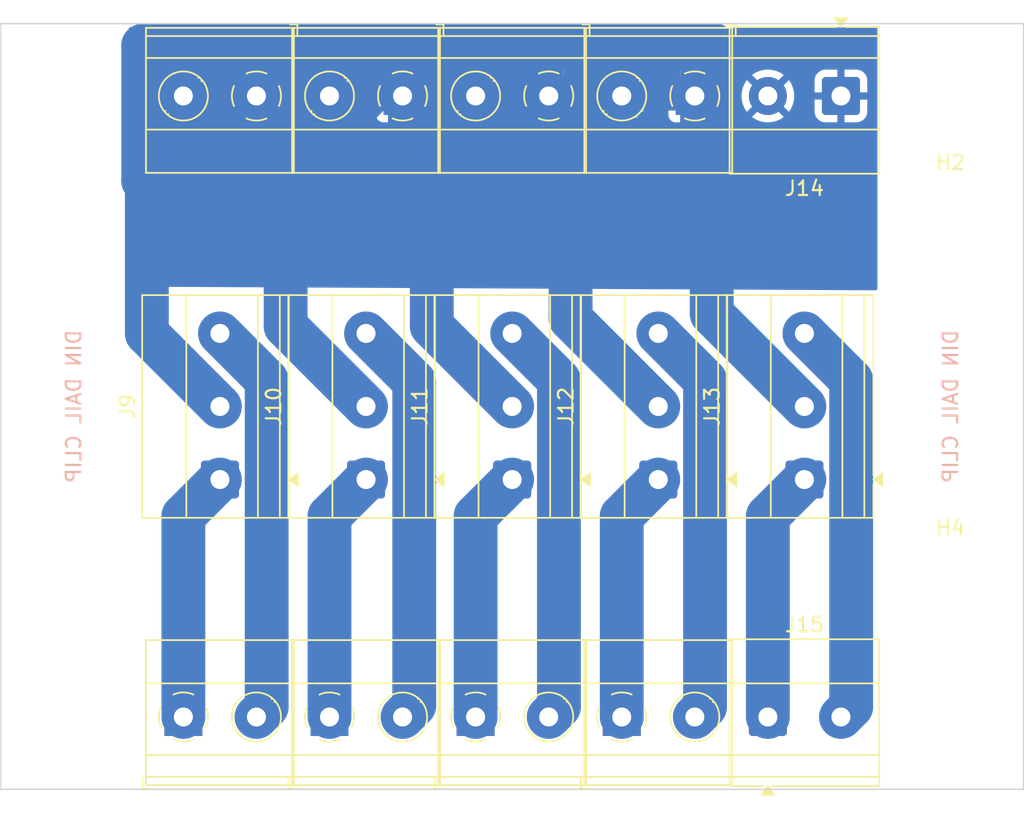
<source format=kicad_pcb>
(kicad_pcb (version 20241229) (generator "pcbnew") (generator_version "9.0")
  (layers (0 "F.Cu" signal) (2 "B.Cu" signal) (13 "F.Paste" user) (15 "B.Paste" user) (5 "F.SilkS" user "F.Silkscreen") (7 "B.SilkS" user "B.Silkscreen") (1 "F.Mask" user) (3 "B.Mask" user) (25 "Edge.Cuts" user))
  (net 0 "")
  (net 1 "/A1")
  (net 2 "/Z")
  (net 3 "/B1")
  (net 4 "/A2")
  (net 5 "/B2")
  (net 6 "/A3")
  (net 7 "/B3")
  (net 8 "/B4")
  (net 9 "/A4")
  (net 10 "/A5")
  (net 11 "/B5")
  (footprint "TerminalBlock_Phoenix:TerminalBlock_Phoenix_MKDS-1,5-2_1x02_P5.00mm_Horizontal" (layer "F.Cu") (at 97.5 121.25)
    (property "Reference" "J15" (at 2.5 -6.32 0) (layer "F.SilkS"))
    (property "Value" "Screw_Terminal_01x02")
    (fp_line (start -2.62 -5.32) (end 7.62 -5.32) (stroke (width 0.12)) (layer "F.SilkS"))
    (fp_line (start -2.62 -2.3) (end 7.62 -2.3) (stroke (width 0.12)) (layer "F.SilkS"))
    (fp_line (start -2.62 2.6) (end 7.62 2.6) (stroke (width 0.12)) (layer "F.SilkS"))
    (fp_line (start -2.62 4.1) (end 7.62 4.1) (stroke (width 0.12)) (layer "F.SilkS"))
    (fp_line (start -2.62 4.72) (end -2.62 -5.32) (stroke (width 0.12)) (layer "F.SilkS"))
    (fp_line (start -0.3 4.72) (end -2.62 4.72) (stroke (width 0.12)) (layer "F.SilkS"))
    (fp_line (start 7.62 -5.32) (end 7.62 4.72) (stroke (width 0.12)) (layer "F.SilkS"))
    (fp_line (start 7.62 4.72) (end 0.3 4.72) (stroke (width 0.12)) (layer "F.SilkS"))
    (fp_poly (pts (xy 0 4.72) (xy 0.44 5.33) (xy -0.44 5.33)) (stroke (width 0.12)) (fill yes) (layer "F.SilkS"))
    (pad "1" thru_hole roundrect (at 0 0) (size 2.6 2.6) (drill 1.3) (layers "*.Cu" "*.Mask") (roundrect_rratio 0.096154) (net 10 "/A5"))
    (pad "2" thru_hole circle (at 5 0) (size 2.6 2.6) (drill 1.3) (layers "*.Cu" "*.Mask") (net 11 "/B5"))
  )
  (footprint "TerminalBlock_Phoenix:TerminalBlock_Phoenix_MKDS-1,5-2_1x02_P5.00mm_Horizontal" (layer "F.Cu") (at 92.5 78.75 180)
    (property "Reference" "J5" (hide yes))
    (property "Value" "Screw_Terminal_01x02" (hide yes))
    (fp_line (start 7.56 -5.261) (end 7.56 4.66) (stroke (width 0.12)) (layer "F.SilkS"))
    (fp_line (start 6.275 -1.069) (end 6.228 -1.023) (stroke (width 0.12)) (layer "F.SilkS"))
    (fp_line (start 6.07 -1.275) (end 6.035 -1.239) (stroke (width 0.12)) (layer "F.SilkS"))
    (fp_line (start 3.966 1.239) (end 3.931 1.274) (stroke (width 0.12)) (layer "F.SilkS"))
    (fp_line (start 3.773 1.023) (end 3.726 1.069) (stroke (width 0.12)) (layer "F.SilkS"))
    (fp_line (start -2.56 4.66) (end 7.56 4.66) (stroke (width 0.12)) (layer "F.SilkS"))
    (fp_line (start -2.56 4.1) (end 7.56 4.1) (stroke (width 0.12)) (layer "F.SilkS"))
    (fp_line (start -2.56 2.6) (end 7.56 2.6) (stroke (width 0.12)) (layer "F.SilkS"))
    (fp_line (start -2.56 -2.301) (end 7.56 -2.301) (stroke (width 0.12)) (layer "F.SilkS"))
    (fp_line (start -2.56 -5.261) (end 7.56 -5.261) (stroke (width 0.12)) (layer "F.SilkS"))
    (fp_line (start -2.56 -5.261) (end -2.56 4.66) (stroke (width 0.12)) (layer "F.SilkS"))
    (fp_line (start -2.8 4.9) (end -2.3 4.9) (stroke (width 0.12)) (layer "F.SilkS"))
    (fp_line (start -2.8 4.16) (end -2.8 4.9) (stroke (width 0.12)) (layer "F.SilkS"))
    (fp_arc (start 1.535427 -0.683042) (mid 1.680501 0.000524) (end 1.535 0.684) (stroke (width 0.12)) (layer "F.SilkS"))
    (fp_arc (start 0.683318 1.534756) (mid 0.349292 1.643288) (end 0 1.68) (stroke (width 0.12)) (layer "F.SilkS"))
    (fp_arc (start 0.028805 1.680253) (mid -0.335551 1.646659) (end -0.684 1.535) (stroke (width 0.12)) (layer "F.SilkS"))
    (fp_arc (start -0.683042 -1.535427) (mid 0.000524 -1.680501) (end 0.684 -1.535) (stroke (width 0.12)) (layer "F.SilkS"))
    (fp_arc (start -1.535427 0.683042) (mid -1.680501 -0.000524) (end -1.535 -0.684) (stroke (width 0.12)) (layer "F.SilkS"))
    (fp_circle (center 5 0) (end 6.68 0) (stroke (width 0.12)) (fill no) (layer "F.SilkS"))
    (pad "1" thru_hole rect (at 0 0 180) (size 2.6 2.6) (drill 1.3) (layers "*.Cu" "*.Mask") (net 2 "/Z"))
    (pad "2" thru_hole circle (at 5 0 180) (size 2.6 2.6) (drill 1.3) (layers "*.Cu" "*.Mask") (net 2 "/Z"))
  )
  (footprint "MountingHole:MountingHole_3.2mm_M3" (layer "F.Cu") (at 110 87.5)
    (property "Reference" "H2" (at 0 -4.2 0) (layer "F.SilkS"))
    (property "Value" "MountingHole" (hide yes))
    (pad "" np_thru_hole circle (at 0 0) (size 3.2 3.2) (drill 3.2) (layers "*.Cu" "*.Mask"))
  )
  (footprint "TerminalBlock_Phoenix:TerminalBlock_Phoenix_MKDS-1,5-3_1x03_P5.00mm_Horizontal" (layer "F.Cu") (at 60 105 90)
    (property "Reference" "J9" (at 5 -6.32 90) (layer "F.SilkS"))
    (property "Value" "Screw_Terminal_01x03")
    (fp_line (start 12.62 -5.32) (end 12.62 4.72) (stroke (width 0.12)) (layer "F.SilkS"))
    (fp_line (start -2.62 -5.32) (end 12.62 -5.32) (stroke (width 0.12)) (layer "F.SilkS"))
    (fp_line (start -2.62 -2.3) (end 12.62 -2.3) (stroke (width 0.12)) (layer "F.SilkS"))
    (fp_line (start -2.62 2.6) (end 12.62 2.6) (stroke (width 0.12)) (layer "F.SilkS"))
    (fp_line (start -2.62 4.1) (end 12.62 4.1) (stroke (width 0.12)) (layer "F.SilkS"))
    (fp_line (start 12.62 4.72) (end 0.3 4.72) (stroke (width 0.12)) (layer "F.SilkS"))
    (fp_line (start -0.3 4.72) (end -2.62 4.72) (stroke (width 0.12)) (layer "F.SilkS"))
    (fp_line (start -2.62 4.72) (end -2.62 -5.32) (stroke (width 0.12)) (layer "F.SilkS"))
    (fp_poly (pts (xy 0 4.72) (xy 0.44 5.33) (xy -0.44 5.33)) (stroke (width 0.12)) (fill yes) (layer "F.SilkS"))
    (pad "1" thru_hole roundrect (at 0 0 90) (size 2.6 2.6) (drill 1.3) (layers "*.Cu" "*.Mask") (roundrect_rratio 0.096154) (net 1 "/A1"))
    (pad "2" thru_hole circle (at 5 0 90) (size 2.6 2.6) (drill 1.3) (layers "*.Cu" "*.Mask") (net 2 "/Z"))
    (pad "3" thru_hole circle (at 10 0 90) (size 2.6 2.6) (drill 1.3) (layers "*.Cu" "*.Mask") (net 3 "/B1"))
  )
  (footprint "TerminalBlock_Phoenix:TerminalBlock_Phoenix_MKDS-1,5-2_1x02_P5.00mm_Horizontal" (layer "F.Cu") (at 67.5 121.25)
    (property "Reference" "J2" (hide yes))
    (property "Value" "Screw_Terminal_01x02" (hide yes))
    (fp_line (start -2.8 4.16) (end -2.8 4.9) (stroke (width 0.12)) (layer "F.SilkS"))
    (fp_line (start -2.8 4.9) (end -2.3 4.9) (stroke (width 0.12)) (layer "F.SilkS"))
    (fp_line (start -2.56 -5.261) (end -2.56 4.66) (stroke (width 0.12)) (layer "F.SilkS"))
    (fp_line (start -2.56 -5.261) (end 7.56 -5.261) (stroke (width 0.12)) (layer "F.SilkS"))
    (fp_line (start -2.56 -2.301) (end 7.56 -2.301) (stroke (width 0.12)) (layer "F.SilkS"))
    (fp_line (start -2.56 2.6) (end 7.56 2.6) (stroke (width 0.12)) (layer "F.SilkS"))
    (fp_line (start -2.56 4.1) (end 7.56 4.1) (stroke (width 0.12)) (layer "F.SilkS"))
    (fp_line (start -2.56 4.66) (end 7.56 4.66) (stroke (width 0.12)) (layer "F.SilkS"))
    (fp_line (start 3.773 1.023) (end 3.726 1.069) (stroke (width 0.12)) (layer "F.SilkS"))
    (fp_line (start 3.966 1.239) (end 3.931 1.274) (stroke (width 0.12)) (layer "F.SilkS"))
    (fp_line (start 6.07 -1.275) (end 6.035 -1.239) (stroke (width 0.12)) (layer "F.SilkS"))
    (fp_line (start 6.275 -1.069) (end 6.228 -1.023) (stroke (width 0.12)) (layer "F.SilkS"))
    (fp_line (start 7.56 -5.261) (end 7.56 4.66) (stroke (width 0.12)) (layer "F.SilkS"))
    (fp_arc (start -1.535427 0.683042) (mid -1.680501 -0.000524) (end -1.535 -0.684) (stroke (width 0.12)) (layer "F.SilkS"))
    (fp_arc (start -0.683042 -1.535427) (mid 0.000524 -1.680501) (end 0.684 -1.535) (stroke (width 0.12)) (layer "F.SilkS"))
    (fp_arc (start 0.028805 1.680253) (mid -0.335551 1.646659) (end -0.684 1.535) (stroke (width 0.12)) (layer "F.SilkS"))
    (fp_arc (start 0.683318 1.534756) (mid 0.349292 1.643288) (end 0 1.68) (stroke (width 0.12)) (layer "F.SilkS"))
    (fp_arc (start 1.535427 -0.683042) (mid 1.680501 0.000524) (end 1.535 0.684) (stroke (width 0.12)) (layer "F.SilkS"))
    (fp_circle (center 5 0) (end 6.68 0) (stroke (width 0.12)) (fill no) (layer "F.SilkS"))
    (pad "1" thru_hole rect (at 0 0) (size 2.6 2.6) (drill 1.3) (layers "*.Cu" "*.Mask") (net 4 "/A2"))
    (pad "2" thru_hole circle (at 5 0) (size 2.6 2.6) (drill 1.3) (layers "*.Cu" "*.Mask") (net 5 "/B2"))
  )
  (footprint "MountingHole:MountingHole_3.2mm_M3" (layer "F.Cu") (at 50 87.5)
    (property "Reference" "H1" (hide yes))
    (property "Value" "MountingHole" (hide yes))
    (pad "" np_thru_hole circle (at 0 0) (size 3.2 3.2) (drill 3.2) (layers "*.Cu" "*.Mask"))
  )
  (footprint "TerminalBlock_Phoenix:TerminalBlock_Phoenix_MKDS-1,5-2_1x02_P5.00mm_Horizontal" (layer "F.Cu") (at 62.5 78.75 180)
    (property "Reference" "J8" (hide yes))
    (property "Value" "Screw_Terminal_01x02" (hide yes))
    (fp_line (start 7.56 -5.261) (end 7.56 4.66) (stroke (width 0.12)) (layer "F.SilkS"))
    (fp_line (start 6.275 -1.069) (end 6.228 -1.023) (stroke (width 0.12)) (layer "F.SilkS"))
    (fp_line (start 6.07 -1.275) (end 6.035 -1.239) (stroke (width 0.12)) (layer "F.SilkS"))
    (fp_line (start 3.966 1.239) (end 3.931 1.274) (stroke (width 0.12)) (layer "F.SilkS"))
    (fp_line (start 3.773 1.023) (end 3.726 1.069) (stroke (width 0.12)) (layer "F.SilkS"))
    (fp_line (start -2.56 4.66) (end 7.56 4.66) (stroke (width 0.12)) (layer "F.SilkS"))
    (fp_line (start -2.56 4.1) (end 7.56 4.1) (stroke (width 0.12)) (layer "F.SilkS"))
    (fp_line (start -2.56 2.6) (end 7.56 2.6) (stroke (width 0.12)) (layer "F.SilkS"))
    (fp_line (start -2.56 -2.301) (end 7.56 -2.301) (stroke (width 0.12)) (layer "F.SilkS"))
    (fp_line (start -2.56 -5.261) (end 7.56 -5.261) (stroke (width 0.12)) (layer "F.SilkS"))
    (fp_line (start -2.56 -5.261) (end -2.56 4.66) (stroke (width 0.12)) (layer "F.SilkS"))
    (fp_line (start -2.8 4.9) (end -2.3 4.9) (stroke (width 0.12)) (layer "F.SilkS"))
    (fp_line (start -2.8 4.16) (end -2.8 4.9) (stroke (width 0.12)) (layer "F.SilkS"))
    (fp_arc (start 1.535427 -0.683042) (mid 1.680501 0.000524) (end 1.535 0.684) (stroke (width 0.12)) (layer "F.SilkS"))
    (fp_arc (start 0.683318 1.534756) (mid 0.349292 1.643288) (end 0 1.68) (stroke (width 0.12)) (layer "F.SilkS"))
    (fp_arc (start 0.028805 1.680253) (mid -0.335551 1.646659) (end -0.684 1.535) (stroke (width 0.12)) (layer "F.SilkS"))
    (fp_arc (start -0.683042 -1.535427) (mid 0.000524 -1.680501) (end 0.684 -1.535) (stroke (width 0.12)) (layer "F.SilkS"))
    (fp_arc (start -1.535427 0.683042) (mid -1.680501 -0.000524) (end -1.535 -0.684) (stroke (width 0.12)) (layer "F.SilkS"))
    (fp_circle (center 5 0) (end 6.68 0) (stroke (width 0.12)) (fill no) (layer "F.SilkS"))
    (pad "1" thru_hole rect (at 0 0 180) (size 2.6 2.6) (drill 1.3) (layers "*.Cu" "*.Mask") (net 2 "/Z"))
    (pad "2" thru_hole circle (at 5 0 180) (size 2.6 2.6) (drill 1.3) (layers "*.Cu" "*.Mask") (net 2 "/Z"))
  )
  (footprint "TerminalBlock_Phoenix:TerminalBlock_Phoenix_MKDS-1,5-3_1x03_P5.00mm_Horizontal" (layer "F.Cu") (at 70 105 90)
    (property "Reference" "J10" (at 5 -6.32 90) (layer "F.SilkS"))
    (property "Value" "Screw_Terminal_01x03")
    (fp_line (start 12.62 -5.32) (end 12.62 4.72) (stroke (width 0.12)) (layer "F.SilkS"))
    (fp_line (start -2.62 -5.32) (end 12.62 -5.32) (stroke (width 0.12)) (layer "F.SilkS"))
    (fp_line (start -2.62 -2.3) (end 12.62 -2.3) (stroke (width 0.12)) (layer "F.SilkS"))
    (fp_line (start -2.62 2.6) (end 12.62 2.6) (stroke (width 0.12)) (layer "F.SilkS"))
    (fp_line (start -2.62 4.1) (end 12.62 4.1) (stroke (width 0.12)) (layer "F.SilkS"))
    (fp_line (start 12.62 4.72) (end 0.3 4.72) (stroke (width 0.12)) (layer "F.SilkS"))
    (fp_line (start -0.3 4.72) (end -2.62 4.72) (stroke (width 0.12)) (layer "F.SilkS"))
    (fp_line (start -2.62 4.72) (end -2.62 -5.32) (stroke (width 0.12)) (layer "F.SilkS"))
    (fp_poly (pts (xy 0 4.72) (xy 0.44 5.33) (xy -0.44 5.33)) (stroke (width 0.12)) (fill yes) (layer "F.SilkS"))
    (pad "1" thru_hole roundrect (at 0 0 90) (size 2.6 2.6) (drill 1.3) (layers "*.Cu" "*.Mask") (roundrect_rratio 0.096154) (net 4 "/A2"))
    (pad "2" thru_hole circle (at 5 0 90) (size 2.6 2.6) (drill 1.3) (layers "*.Cu" "*.Mask") (net 2 "/Z"))
    (pad "3" thru_hole circle (at 10 0 90) (size 2.6 2.6) (drill 1.3) (layers "*.Cu" "*.Mask") (net 5 "/B2"))
  )
  (footprint "TerminalBlock_Phoenix:TerminalBlock_Phoenix_MKDS-1,5-3_1x03_P5.00mm_Horizontal" (layer "F.Cu") (at 90 105 90)
    (property "Reference" "J12" (at 5 -6.32 90) (layer "F.SilkS"))
    (property "Value" "Screw_Terminal_01x03")
    (fp_line (start 12.62 -5.32) (end 12.62 4.72) (stroke (width 0.12)) (layer "F.SilkS"))
    (fp_line (start -2.62 -5.32) (end 12.62 -5.32) (stroke (width 0.12)) (layer "F.SilkS"))
    (fp_line (start -2.62 -2.3) (end 12.62 -2.3) (stroke (width 0.12)) (layer "F.SilkS"))
    (fp_line (start -2.62 2.6) (end 12.62 2.6) (stroke (width 0.12)) (layer "F.SilkS"))
    (fp_line (start -2.62 4.1) (end 12.62 4.1) (stroke (width 0.12)) (layer "F.SilkS"))
    (fp_line (start 12.62 4.72) (end 0.3 4.72) (stroke (width 0.12)) (layer "F.SilkS"))
    (fp_line (start -0.3 4.72) (end -2.62 4.72) (stroke (width 0.12)) (layer "F.SilkS"))
    (fp_line (start -2.62 4.72) (end -2.62 -5.32) (stroke (width 0.12)) (layer "F.SilkS"))
    (fp_poly (pts (xy 0 4.72) (xy 0.44 5.33) (xy -0.44 5.33)) (stroke (width 0.12)) (fill yes) (layer "F.SilkS"))
    (pad "1" thru_hole roundrect (at 0 0 90) (size 2.6 2.6) (drill 1.3) (layers "*.Cu" "*.Mask") (roundrect_rratio 0.096154) (net 9 "/A4"))
    (pad "2" thru_hole circle (at 5 0 90) (size 2.6 2.6) (drill 1.3) (layers "*.Cu" "*.Mask") (net 2 "/Z"))
    (pad "3" thru_hole circle (at 10 0 90) (size 2.6 2.6) (drill 1.3) (layers "*.Cu" "*.Mask") (net 8 "/B4"))
  )
  (footprint "TerminalBlock_Phoenix:TerminalBlock_Phoenix_MKDS-1,5-2_1x02_P5.00mm_Horizontal" (layer "F.Cu") (at 72.5 78.75 180)
    (property "Reference" "J7" (hide yes))
    (property "Value" "Screw_Terminal_01x02" (hide yes))
    (fp_line (start 7.56 -5.261) (end 7.56 4.66) (stroke (width 0.12)) (layer "F.SilkS"))
    (fp_line (start 6.275 -1.069) (end 6.228 -1.023) (stroke (width 0.12)) (layer "F.SilkS"))
    (fp_line (start 6.07 -1.275) (end 6.035 -1.239) (stroke (width 0.12)) (layer "F.SilkS"))
    (fp_line (start 3.966 1.239) (end 3.931 1.274) (stroke (width 0.12)) (layer "F.SilkS"))
    (fp_line (start 3.773 1.023) (end 3.726 1.069) (stroke (width 0.12)) (layer "F.SilkS"))
    (fp_line (start -2.56 4.66) (end 7.56 4.66) (stroke (width 0.12)) (layer "F.SilkS"))
    (fp_line (start -2.56 4.1) (end 7.56 4.1) (stroke (width 0.12)) (layer "F.SilkS"))
    (fp_line (start -2.56 2.6) (end 7.56 2.6) (stroke (width 0.12)) (layer "F.SilkS"))
    (fp_line (start -2.56 -2.301) (end 7.56 -2.301) (stroke (width 0.12)) (layer "F.SilkS"))
    (fp_line (start -2.56 -5.261) (end 7.56 -5.261) (stroke (width 0.12)) (layer "F.SilkS"))
    (fp_line (start -2.56 -5.261) (end -2.56 4.66) (stroke (width 0.12)) (layer "F.SilkS"))
    (fp_line (start -2.8 4.9) (end -2.3 4.9) (stroke (width 0.12)) (layer "F.SilkS"))
    (fp_line (start -2.8 4.16) (end -2.8 4.9) (stroke (width 0.12)) (layer "F.SilkS"))
    (fp_arc (start 1.535427 -0.683042) (mid 1.680501 0.000524) (end 1.535 0.684) (stroke (width 0.12)) (layer "F.SilkS"))
    (fp_arc (start 0.683318 1.534756) (mid 0.349292 1.643288) (end 0 1.68) (stroke (width 0.12)) (layer "F.SilkS"))
    (fp_arc (start 0.028805 1.680253) (mid -0.335551 1.646659) (end -0.684 1.535) (stroke (width 0.12)) (layer "F.SilkS"))
    (fp_arc (start -0.683042 -1.535427) (mid 0.000524 -1.680501) (end 0.684 -1.535) (stroke (width 0.12)) (layer "F.SilkS"))
    (fp_arc (start -1.535427 0.683042) (mid -1.680501 -0.000524) (end -1.535 -0.684) (stroke (width 0.12)) (layer "F.SilkS"))
    (fp_circle (center 5 0) (end 6.68 0) (stroke (width 0.12)) (fill no) (layer "F.SilkS"))
    (pad "1" thru_hole rect (at 0 0 180) (size 2.6 2.6) (drill 1.3) (layers "*.Cu" "*.Mask") (net 2 "/Z"))
    (pad "2" thru_hole circle (at 5 0 180) (size 2.6 2.6) (drill 1.3) (layers "*.Cu" "*.Mask") (net 2 "/Z"))
  )
  (footprint "MountingHole:MountingHole_3.2mm_M3" (layer "F.Cu") (at 110 112.5)
    (property "Reference" "H4" (at 0 -4.2 0) (layer "F.SilkS"))
    (property "Value" "MountingHole" (hide yes))
    (pad "" np_thru_hole circle (at 0 0) (size 3.2 3.2) (drill 3.2) (layers "*.Cu" "*.Mask"))
  )
  (footprint "MountingHole:MountingHole_3.2mm_M3" (layer "F.Cu") (at 50 112.5)
    (property "Reference" "H3" (hide yes))
    (property "Value" "MountingHole" (hide yes))
    (pad "" np_thru_hole circle (at 0 0) (size 3.2 3.2) (drill 3.2) (layers "*.Cu" "*.Mask"))
  )
  (footprint "TerminalBlock_Phoenix:TerminalBlock_Phoenix_MKDS-1,5-2_1x02_P5.00mm_Horizontal" (layer "F.Cu") (at 82.5 78.75 180)
    (property "Reference" "J6" (hide yes))
    (property "Value" "Screw_Terminal_01x02" (hide yes))
    (fp_line (start 7.56 -5.261) (end 7.56 4.66) (stroke (width 0.12)) (layer "F.SilkS"))
    (fp_line (start 6.275 -1.069) (end 6.228 -1.023) (stroke (width 0.12)) (layer "F.SilkS"))
    (fp_line (start 6.07 -1.275) (end 6.035 -1.239) (stroke (width 0.12)) (layer "F.SilkS"))
    (fp_line (start 3.966 1.239) (end 3.931 1.274) (stroke (width 0.12)) (layer "F.SilkS"))
    (fp_line (start 3.773 1.023) (end 3.726 1.069) (stroke (width 0.12)) (layer "F.SilkS"))
    (fp_line (start -2.56 4.66) (end 7.56 4.66) (stroke (width 0.12)) (layer "F.SilkS"))
    (fp_line (start -2.56 4.1) (end 7.56 4.1) (stroke (width 0.12)) (layer "F.SilkS"))
    (fp_line (start -2.56 2.6) (end 7.56 2.6) (stroke (width 0.12)) (layer "F.SilkS"))
    (fp_line (start -2.56 -2.301) (end 7.56 -2.301) (stroke (width 0.12)) (layer "F.SilkS"))
    (fp_line (start -2.56 -5.261) (end 7.56 -5.261) (stroke (width 0.12)) (layer "F.SilkS"))
    (fp_line (start -2.56 -5.261) (end -2.56 4.66) (stroke (width 0.12)) (layer "F.SilkS"))
    (fp_line (start -2.8 4.9) (end -2.3 4.9) (stroke (width 0.12)) (layer "F.SilkS"))
    (fp_line (start -2.8 4.16) (end -2.8 4.9) (stroke (width 0.12)) (layer "F.SilkS"))
    (fp_arc (start 1.535427 -0.683042) (mid 1.680501 0.000524) (end 1.535 0.684) (stroke (width 0.12)) (layer "F.SilkS"))
    (fp_arc (start 0.683318 1.534756) (mid 0.349292 1.643288) (end 0 1.68) (stroke (width 0.12)) (layer "F.SilkS"))
    (fp_arc (start 0.028805 1.680253) (mid -0.335551 1.646659) (end -0.684 1.535) (stroke (width 0.12)) (layer "F.SilkS"))
    (fp_arc (start -0.683042 -1.535427) (mid 0.000524 -1.680501) (end 0.684 -1.535) (stroke (width 0.12)) (layer "F.SilkS"))
    (fp_arc (start -1.535427 0.683042) (mid -1.680501 -0.000524) (end -1.535 -0.684) (stroke (width 0.12)) (layer "F.SilkS"))
    (fp_circle (center 5 0) (end 6.68 0) (stroke (width 0.12)) (fill no) (layer "F.SilkS"))
    (pad "1" thru_hole rect (at 0 0 180) (size 2.6 2.6) (drill 1.3) (layers "*.Cu" "*.Mask") (net 2 "/Z"))
    (pad "2" thru_hole circle (at 5 0 180) (size 2.6 2.6) (drill 1.3) (layers "*.Cu" "*.Mask") (net 2 "/Z"))
  )
  (footprint "TerminalBlock_Phoenix:TerminalBlock_Phoenix_MKDS-1,5-2_1x02_P5.00mm_Horizontal" (layer "F.Cu") (at 57.5 121.25)
    (property "Reference" "J1" (hide yes))
    (property "Value" "Screw_Terminal_01x02" (hide yes))
    (fp_line (start -2.8 4.16) (end -2.8 4.9) (stroke (width 0.12)) (layer "F.SilkS"))
    (fp_line (start -2.8 4.9) (end -2.3 4.9) (stroke (width 0.12)) (layer "F.SilkS"))
    (fp_line (start -2.56 -5.261) (end -2.56 4.66) (stroke (width 0.12)) (layer "F.SilkS"))
    (fp_line (start -2.56 -5.261) (end 7.56 -5.261) (stroke (width 0.12)) (layer "F.SilkS"))
    (fp_line (start -2.56 -2.301) (end 7.56 -2.301) (stroke (width 0.12)) (layer "F.SilkS"))
    (fp_line (start -2.56 2.6) (end 7.56 2.6) (stroke (width 0.12)) (layer "F.SilkS"))
    (fp_line (start -2.56 4.1) (end 7.56 4.1) (stroke (width 0.12)) (layer "F.SilkS"))
    (fp_line (start -2.56 4.66) (end 7.56 4.66) (stroke (width 0.12)) (layer "F.SilkS"))
    (fp_line (start 3.773 1.023) (end 3.726 1.069) (stroke (width 0.12)) (layer "F.SilkS"))
    (fp_line (start 3.966 1.239) (end 3.931 1.274) (stroke (width 0.12)) (layer "F.SilkS"))
    (fp_line (start 6.07 -1.275) (end 6.035 -1.239) (stroke (width 0.12)) (layer "F.SilkS"))
    (fp_line (start 6.275 -1.069) (end 6.228 -1.023) (stroke (width 0.12)) (layer "F.SilkS"))
    (fp_line (start 7.56 -5.261) (end 7.56 4.66) (stroke (width 0.12)) (layer "F.SilkS"))
    (fp_arc (start -1.535427 0.683042) (mid -1.680501 -0.000524) (end -1.535 -0.684) (stroke (width 0.12)) (layer "F.SilkS"))
    (fp_arc (start -0.683042 -1.535427) (mid 0.000524 -1.680501) (end 0.684 -1.535) (stroke (width 0.12)) (layer "F.SilkS"))
    (fp_arc (start 0.028805 1.680253) (mid -0.335551 1.646659) (end -0.684 1.535) (stroke (width 0.12)) (layer "F.SilkS"))
    (fp_arc (start 0.683318 1.534756) (mid 0.349292 1.643288) (end 0 1.68) (stroke (width 0.12)) (layer "F.SilkS"))
    (fp_arc (start 1.535427 -0.683042) (mid 1.680501 0.000524) (end 1.535 0.684) (stroke (width 0.12)) (layer "F.SilkS"))
    (fp_circle (center 5 0) (end 6.68 0) (stroke (width 0.12)) (fill no) (layer "F.SilkS"))
    (pad "1" thru_hole rect (at 0 0) (size 2.6 2.6) (drill 1.3) (layers "*.Cu" "*.Mask") (net 1 "/A1"))
    (pad "2" thru_hole circle (at 5 0) (size 2.6 2.6) (drill 1.3) (layers "*.Cu" "*.Mask") (net 3 "/B1"))
  )
  (footprint "TerminalBlock_Phoenix:TerminalBlock_Phoenix_MKDS-1,5-2_1x02_P5.00mm_Horizontal" (layer "F.Cu") (at 102.5 78.75 180)
    (property "Reference" "J14" (at 2.5 -6.32 0) (layer "F.SilkS"))
    (property "Value" "Screw_Terminal_01x02")
    (fp_line (start 7.62 4.72) (end 0.3 4.72) (stroke (width 0.12)) (layer "F.SilkS"))
    (fp_line (start 7.62 -5.32) (end 7.62 4.72) (stroke (width 0.12)) (layer "F.SilkS"))
    (fp_line (start -0.3 4.72) (end -2.62 4.72) (stroke (width 0.12)) (layer "F.SilkS"))
    (fp_line (start -2.62 4.72) (end -2.62 -5.32) (stroke (width 0.12)) (layer "F.SilkS"))
    (fp_line (start -2.62 4.1) (end 7.62 4.1) (stroke (width 0.12)) (layer "F.SilkS"))
    (fp_line (start -2.62 2.6) (end 7.62 2.6) (stroke (width 0.12)) (layer "F.SilkS"))
    (fp_line (start -2.62 -2.3) (end 7.62 -2.3) (stroke (width 0.12)) (layer "F.SilkS"))
    (fp_line (start -2.62 -5.32) (end 7.62 -5.32) (stroke (width 0.12)) (layer "F.SilkS"))
    (fp_poly (pts (xy 0 4.72) (xy 0.44 5.33) (xy -0.44 5.33)) (stroke (width 0.12)) (fill yes) (layer "F.SilkS"))
    (pad "1" thru_hole roundrect (at 0 0 180) (size 2.6 2.6) (drill 1.3) (layers "*.Cu" "*.Mask") (roundrect_rratio 0.096154) (net 2 "/Z"))
    (pad "2" thru_hole circle (at 5 0 180) (size 2.6 2.6) (drill 1.3) (layers "*.Cu" "*.Mask") (net 2 "/Z"))
  )
  (footprint "TerminalBlock_Phoenix:TerminalBlock_Phoenix_MKDS-1,5-2_1x02_P5.00mm_Horizontal" (layer "F.Cu") (at 87.5 121.25)
    (property "Reference" "J4" (hide yes))
    (property "Value" "Screw_Terminal_01x02" (hide yes))
    (fp_line (start -2.8 4.16) (end -2.8 4.9) (stroke (width 0.12)) (layer "F.SilkS"))
    (fp_line (start -2.8 4.9) (end -2.3 4.9) (stroke (width 0.12)) (layer "F.SilkS"))
    (fp_line (start -2.56 -5.261) (end -2.56 4.66) (stroke (width 0.12)) (layer "F.SilkS"))
    (fp_line (start -2.56 -5.261) (end 7.56 -5.261) (stroke (width 0.12)) (layer "F.SilkS"))
    (fp_line (start -2.56 -2.301) (end 7.56 -2.301) (stroke (width 0.12)) (layer "F.SilkS"))
    (fp_line (start -2.56 2.6) (end 7.56 2.6) (stroke (width 0.12)) (layer "F.SilkS"))
    (fp_line (start -2.56 4.1) (end 7.56 4.1) (stroke (width 0.12)) (layer "F.SilkS"))
    (fp_line (start -2.56 4.66) (end 7.56 4.66) (stroke (width 0.12)) (layer "F.SilkS"))
    (fp_line (start 3.773 1.023) (end 3.726 1.069) (stroke (width 0.12)) (layer "F.SilkS"))
    (fp_line (start 3.966 1.239) (end 3.931 1.274) (stroke (width 0.12)) (layer "F.SilkS"))
    (fp_line (start 6.07 -1.275) (end 6.035 -1.239) (stroke (width 0.12)) (layer "F.SilkS"))
    (fp_line (start 6.275 -1.069) (end 6.228 -1.023) (stroke (width 0.12)) (layer "F.SilkS"))
    (fp_line (start 7.56 -5.261) (end 7.56 4.66) (stroke (width 0.12)) (layer "F.SilkS"))
    (fp_arc (start -1.535427 0.683042) (mid -1.680501 -0.000524) (end -1.535 -0.684) (stroke (width 0.12)) (layer "F.SilkS"))
    (fp_arc (start -0.683042 -1.535427) (mid 0.000524 -1.680501) (end 0.684 -1.535) (stroke (width 0.12)) (layer "F.SilkS"))
    (fp_arc (start 0.028805 1.680253) (mid -0.335551 1.646659) (end -0.684 1.535) (stroke (width 0.12)) (layer "F.SilkS"))
    (fp_arc (start 0.683318 1.534756) (mid 0.349292 1.643288) (end 0 1.68) (stroke (width 0.12)) (layer "F.SilkS"))
    (fp_arc (start 1.535427 -0.683042) (mid 1.680501 0.000524) (end 1.535 0.684) (stroke (width 0.12)) (layer "F.SilkS"))
    (fp_circle (center 5 0) (end 6.68 0) (stroke (width 0.12)) (fill no) (layer "F.SilkS"))
    (pad "1" thru_hole rect (at 0 0) (size 2.6 2.6) (drill 1.3) (layers "*.Cu" "*.Mask") (net 9 "/A4"))
    (pad "2" thru_hole circle (at 5 0) (size 2.6 2.6) (drill 1.3) (layers "*.Cu" "*.Mask") (net 8 "/B4"))
  )
  (footprint "TerminalBlock_Phoenix:TerminalBlock_Phoenix_MKDS-1,5-2_1x02_P5.00mm_Horizontal" (layer "F.Cu") (at 77.5 121.25)
    (property "Reference" "J3" (hide yes))
    (property "Value" "Screw_Terminal_01x02" (hide yes))
    (fp_line (start -2.8 4.16) (end -2.8 4.9) (stroke (width 0.12)) (layer "F.SilkS"))
    (fp_line (start -2.8 4.9) (end -2.3 4.9) (stroke (width 0.12)) (layer "F.SilkS"))
    (fp_line (start -2.56 -5.261) (end -2.56 4.66) (stroke (width 0.12)) (layer "F.SilkS"))
    (fp_line (start -2.56 -5.261) (end 7.56 -5.261) (stroke (width 0.12)) (layer "F.SilkS"))
    (fp_line (start -2.56 -2.301) (end 7.56 -2.301) (stroke (width 0.12)) (layer "F.SilkS"))
    (fp_line (start -2.56 2.6) (end 7.56 2.6) (stroke (width 0.12)) (layer "F.SilkS"))
    (fp_line (start -2.56 4.1) (end 7.56 4.1) (stroke (width 0.12)) (layer "F.SilkS"))
    (fp_line (start -2.56 4.66) (end 7.56 4.66) (stroke (width 0.12)) (layer "F.SilkS"))
    (fp_line (start 3.773 1.023) (end 3.726 1.069) (stroke (width 0.12)) (layer "F.SilkS"))
    (fp_line (start 3.966 1.239) (end 3.931 1.274) (stroke (width 0.12)) (layer "F.SilkS"))
    (fp_line (start 6.07 -1.275) (end 6.035 -1.239) (stroke (width 0.12)) (layer "F.SilkS"))
    (fp_line (start 6.275 -1.069) (end 6.228 -1.023) (stroke (width 0.12)) (layer "F.SilkS"))
    (fp_line (start 7.56 -5.261) (end 7.56 4.66) (stroke (width 0.12)) (layer "F.SilkS"))
    (fp_arc (start -1.535427 0.683042) (mid -1.680501 -0.000524) (end -1.535 -0.684) (stroke (width 0.12)) (layer "F.SilkS"))
    (fp_arc (start -0.683042 -1.535427) (mid 0.000524 -1.680501) (end 0.684 -1.535) (stroke (width 0.12)) (layer "F.SilkS"))
    (fp_arc (start 0.028805 1.680253) (mid -0.335551 1.646659) (end -0.684 1.535) (stroke (width 0.12)) (layer "F.SilkS"))
    (fp_arc (start 0.683318 1.534756) (mid 0.349292 1.643288) (end 0 1.68) (stroke (width 0.12)) (layer "F.SilkS"))
    (fp_arc (start 1.535427 -0.683042) (mid 1.680501 0.000524) (end 1.535 0.684) (stroke (width 0.12)) (layer "F.SilkS"))
    (fp_circle (center 5 0) (end 6.68 0) (stroke (width 0.12)) (fill no) (layer "F.SilkS"))
    (pad "1" thru_hole rect (at 0 0) (size 2.6 2.6) (drill 1.3) (layers "*.Cu" "*.Mask") (net 6 "/A3"))
    (pad "2" thru_hole circle (at 5 0) (size 2.6 2.6) (drill 1.3) (layers "*.Cu" "*.Mask") (net 7 "/B3"))
  )
  (footprint "TerminalBlock_Phoenix:TerminalBlock_Phoenix_MKDS-1,5-3_1x03_P5.00mm_Horizontal" (layer "F.Cu") (at 80 105 90)
    (property "Reference" "J11" (at 5 -6.32 90) (layer "F.SilkS"))
    (property "Value" "Screw_Terminal_01x03")
    (fp_line (start 12.62 -5.32) (end 12.62 4.72) (stroke (width 0.12)) (layer "F.SilkS"))
    (fp_line (start -2.62 -5.32) (end 12.62 -5.32) (stroke (width 0.12)) (layer "F.SilkS"))
    (fp_line (start -2.62 -2.3) (end 12.62 -2.3) (stroke (width 0.12)) (layer "F.SilkS"))
    (fp_line (start -2.62 2.6) (end 12.62 2.6) (stroke (width 0.12)) (layer "F.SilkS"))
    (fp_line (start -2.62 4.1) (end 12.62 4.1) (stroke (width 0.12)) (layer "F.SilkS"))
    (fp_line (start 12.62 4.72) (end 0.3 4.72) (stroke (width 0.12)) (layer "F.SilkS"))
    (fp_line (start -0.3 4.72) (end -2.62 4.72) (stroke (width 0.12)) (layer "F.SilkS"))
    (fp_line (start -2.62 4.72) (end -2.62 -5.32) (stroke (width 0.12)) (layer "F.SilkS"))
    (fp_poly (pts (xy 0 4.72) (xy 0.44 5.33) (xy -0.44 5.33)) (stroke (width 0.12)) (fill yes) (layer "F.SilkS"))
    (pad "1" thru_hole roundrect (at 0 0 90) (size 2.6 2.6) (drill 1.3) (layers "*.Cu" "*.Mask") (roundrect_rratio 0.096154) (net 6 "/A3"))
    (pad "2" thru_hole circle (at 5 0 90) (size 2.6 2.6) (drill 1.3) (layers "*.Cu" "*.Mask") (net 2 "/Z"))
    (pad "3" thru_hole circle (at 10 0 90) (size 2.6 2.6) (drill 1.3) (layers "*.Cu" "*.Mask") (net 7 "/B3"))
  )
  (footprint "TerminalBlock_Phoenix:TerminalBlock_Phoenix_MKDS-1,5-3_1x03_P5.00mm_Horizontal" (layer "F.Cu") (at 100 105 90)
    (property "Reference" "J13" (at 5 -6.32 90) (layer "F.SilkS"))
    (property "Value" "Screw_Terminal_01x03")
    (fp_line (start 12.62 -5.32) (end 12.62 4.72) (stroke (width 0.12)) (layer "F.SilkS"))
    (fp_line (start -2.62 -5.32) (end 12.62 -5.32) (stroke (width 0.12)) (layer "F.SilkS"))
    (fp_line (start -2.62 -2.3) (end 12.62 -2.3) (stroke (width 0.12)) (layer "F.SilkS"))
    (fp_line (start -2.62 2.6) (end 12.62 2.6) (stroke (width 0.12)) (layer "F.SilkS"))
    (fp_line (start -2.62 4.1) (end 12.62 4.1) (stroke (width 0.12)) (layer "F.SilkS"))
    (fp_line (start 12.62 4.72) (end 0.3 4.72) (stroke (width 0.12)) (layer "F.SilkS"))
    (fp_line (start -0.3 4.72) (end -2.62 4.72) (stroke (width 0.12)) (layer "F.SilkS"))
    (fp_line (start -2.62 4.72) (end -2.62 -5.32) (stroke (width 0.12)) (layer "F.SilkS"))
    (fp_poly (pts (xy 0 4.72) (xy 0.44 5.33) (xy -0.44 5.33)) (stroke (width 0.12)) (fill yes) (layer "F.SilkS"))
    (pad "1" thru_hole roundrect (at 0 0 90) (size 2.6 2.6) (drill 1.3) (layers "*.Cu" "*.Mask") (roundrect_rratio 0.096154) (net 10 "/A5"))
    (pad "2" thru_hole circle (at 5 0 90) (size 2.6 2.6) (drill 1.3) (layers "*.Cu" "*.Mask") (net 2 "/Z"))
    (pad "3" thru_hole circle (at 10 0 90) (size 2.6 2.6) (drill 1.3) (layers "*.Cu" "*.Mask") (net 11 "/B5"))
  )
  (gr_line (start 115 126.2) (end 45 126.2) (stroke (width 0.1)) (layer "Edge.Cuts"))
  (gr_line (start 45 73.8) (end 115 73.8) (stroke (width 0.1)) (layer "Edge.Cuts"))
  (gr_line (start 45 126.2) (end 45 73.8) (stroke (width 0.1)) (layer "Edge.Cuts"))
  (gr_line (start 115 126.2) (end 115 73.8) (stroke (width 0.1)) (layer "Edge.Cuts"))
  (gr_text "DIN DAIL CLIP" (at 50 100 90) (layer "B.SilkS") (effects (font (size 1 1)) (justify mirror)))
  (gr_text "DIN DAIL CLIP" (at 110 100 90) (layer "B.SilkS") (effects (font (size 1 1)) (justify mirror)))
  (segment (start 57.5 107.5) (end 60 105) (width 3) (layer "B.Cu") (net 1))
  (segment (start 57.5 121.25) (end 57.5 107.5) (width 3) (layer "B.Cu") (net 1))
  (segment (start 81 77.25) (end 82.5 78.75) (width 2) (layer "B.Cu") (net 2))
  (segment (start 57.5 78.75) (end 58.2 78.75) (width 3) (layer "B.Cu") (net 2))
  (segment (start 79.5 74.8) (end 79.5 78.25) (width 2) (layer "B.Cu") (net 2))
  (segment (start 82.5 78.75) (end 84.5 78.75) (width 2) (layer "B.Cu") (net 2))
  (segment (start 58.2 88) (end 65.75 88) (width 3) (layer "B.Cu") (net 2))
  (segment (start 92.5 80.5) (end 92.5 78.75) (width 2) (layer "B.Cu") (net 2))
  (segment (start 61 74.8) (end 62.5 74.8) (width 2) (layer "B.Cu") (net 2))
  (segment (start 67.5 78.75) (end 67.5 86.25) (width 2) (layer "B.Cu") (net 2))
  (segment (start 89 74.8) (end 89 78.75) (width 2) (layer "B.Cu") (net 2))
  (segment (start 68 74.8) (end 69 74.8) (width 2) (layer "B.Cu") (net 2))
  (segment (start 62.5 78.75) (end 64.5 78.75) (width 2) (layer "B.Cu") (net 2))
  (segment (start 74 74.8) (end 76 74.8) (width 2) (layer "B.Cu") (net 2))
  (segment (start 67.5 84.5) (end 69.5 84.5) (width 2) (layer "B.Cu") (net 2))
  (segment (start 82.5 86.34) (end 77.5 86.34) (width 2) (layer "B.Cu") (net 2))
  (segment (start 74.5 80.3) (end 85.95 80.3) (width 3) (layer "B.Cu") (net 2))
  (segment (start 81 74.8) (end 81 77.25) (width 2) (layer "B.Cu") (net 2))
  (segment (start 77.5 86.34) (end 77.5 84.5) (width 2) (layer "B.Cu") (net 2))
  (segment (start 62.5 86.34) (end 62.5 84.5) (width 2) (layer "B.Cu") (net 2))
  (segment (start 61 74.8) (end 61 77.25) (width 2) (layer "B.Cu") (net 2))
  (segment (start 82.5 84.5) (end 87.5 84.5) (width 2) (layer "B.Cu") (net 2))
  (segment (start 93.66 93.66) (end 93.66 86.34) (width 3) (layer "B.Cu") (net 2))
  (segment (start 86 78.75) (end 86 75.3) (width 2) (layer "B.Cu") (net 2))
  (segment (start 76 74.8) (end 78 74.8) (width 2) (layer "B.Cu") (net 2))
  (segment (start 72.5 78.75) (end 70.8 78.75) (width 2) (layer "B.Cu") (net 2))
  (segment (start 92.5 86.34) (end 92.5 84.5) (width 2) (layer "B.Cu") (net 2))
  (segment (start 87.5 75.8) (end 87.5 78.75) (width 2) (layer "B.Cu") (net 2))
  (segment (start 87.5 84.5) (end 87.5 82.5) (width 2) (layer "B.Cu") (net 2))
  (segment (start 86 75.3) (end 86.5 74.8) (width 2) (layer "B.Cu") (net 2))
  (segment (start 79.5 78.25) (end 80 78.75) (width 2) (layer "B.Cu") (net 2))
  (segment (start 64 74.8) (end 66 74.8) (width 2) (layer "B.Cu") (net 2))
  (segment (start 76 77.5) (end 75.75 77.5) (width 2) (layer "B.Cu") (net 2))
  (segment (start 64.5 78.75) (end 67.5 78.75) (width 2) (layer "B.Cu") (net 2))
  (segment (start 59.75 80.3) (end 58.5 81.55) (width 3) (layer "B.Cu") (net 2))
  (segment (start 58.5 84.8) (end 58.5 84.75) (width 3) (layer "B.Cu") (net 2))
  (segment (start 55 81.25) (end 57.5 78.75) (width 3) (layer "B.Cu") (net 2))
  (segment (start 59.5 74.8) (end 61 74.8) (width 2) (layer "B.Cu") (net 2))
  (segment (start 57.5 78.75) (end 57.5 78.05) (width 3) (layer "B.Cu") (net 2))
  (segment (start 58.2 78.75) (end 59.75 80.3) (width 3) (layer "B.Cu") (net 2))
  (segment (start 87.5 82.5) (end 87.5 78.75) (width 2) (layer "B.Cu") (net 2))
  (segment (start 61 77.25) (end 62.5 78.75) (width 2) (layer "B.Cu") (net 2))
  (segment (start 72.5 86.34) (end 72.5 84.5) (width 2) (layer "B.Cu") (net 2))
  (segment (start 79.5 74.8) (end 81 74.8) (width 2) (layer "B.Cu") (net 2))
  (segment (start 64 78.25) (end 64.5 78.75) (width 2) (layer "B.Cu") (net 2))
  (segment (start 62.5 74.8) (end 62.5 78.75) (width 2) (layer "B.Cu") (net 2))
  (segment (start 93.66 86.34) (end 92.5 86.34) (width 2) (layer "B.Cu") (net 2))
  (segment (start 65.75 88) (end 94 88) (width 3) (layer "B.Cu") (net 2))
  (segment (start 68 74.8) (end 67.5 75.3) (width 2) (layer "B.Cu") (net 2))
  (segment (start 60 100) (end 55 95) (width 3) (layer "B.Cu") (net 2))
  (segment (start 72.5 74.8) (end 74 74.8) (width 2) (layer "B.Cu") (net 2))
  (segment (start 92.5 82.5) (end 92.5 80.5) (width 2) (layer "B.Cu") (net 2))
  (segment (start 90.5 74.8) (end 92 74.8) (width 2) (layer "B.Cu") (net 2))
  (segment (start 75.75 77.5) (end 74.5 78.75) (width 2) (layer "B.Cu") (net 2))
  (segment (start 84 82.55) (end 76.751 75.301) (width 3) (layer "B.Cu") (net 2))
  (segment (start 74 78.25) (end 74.5 78.75) (width 2) (layer "B.Cu") (net 2))
  (segment (start 80 78.75) (end 82.5 78.75) (width 2) (layer "B.Cu") (net 2))
  (segment (start 54.75 84.55) (end 58.2 88) (width 3) (layer "B.Cu") (net 2))
  (segment (start 66 74.8) (end 68 74.8) (width 2) (layer "B.Cu") (net 2))
  (segment (start 82.5 74.8) (end 84.5 74.8) (width 2) (layer "B.Cu") (net 2))
  (segment (start 57.5 76.051) (end 56.75 75.301) (width 3) (layer "B.Cu") (net 2))
  (segment (start 67.5 75.3) (end 67.5 78.75) (width 2) (layer "B.Cu") (net 2))
  (segment (start 70.8 78.75) (end 69.25 80.3) (width 2) (layer "B.Cu") (net 2))
  (segment (start 66.5 79.75) (end 67.5 78.75) (width 3) (layer "B.Cu") (net 2))
  (segment (start 57.5 78.05) (end 59 78.05) (width 3) (layer "B.Cu") (net 2))
  (segment (start 87.5 78.75) (end 89 78.75) (width 2) (layer "B.Cu") (net 2))
  (segment (start 92.5 86.34) (end 87.5 86.34) (width 2) (layer "B.Cu") (net 2))
  (segment (start 71 74.8) (end 71 77.25) (width 2) (layer "B.Cu") (net 2))
  (segment (start 82.5 84.5) (end 82.5 78.75) (width 2) (layer "B.Cu") (net 2))
  (segment (start 77.5 84.5) (end 82.5 84.5) (width 2) (layer "B.Cu") (net 2))
  (segment (start 72.5 84.5) (end 72.5 78.75) (width 2) (layer "B.Cu") (net 2))
  (segment (start 74.5 94.5) (end 74.5 80.3) (width 3) (layer "B.Cu") (net 2))
  (segment (start 69.25 80.3) (end 70.1 81.15) (width 2) (layer "B.Cu") (net 2))
  (segment (start 57.5 78.05) (end 57.5 76.051) (width 3) (layer "B.Cu") (net 2))
  (segment (start 90.5 78.75) (end 92.5 78.75) (width 2) (layer "B.Cu") (net 2))
  (segment (start 81 74.8) (end 82.5 74.8) (width 2) (layer "B.Cu") (net 2))
  (segment (start 82.5 86.34) (end 82.5 84.5) (width 2) (layer "B.Cu") (net 2))
  (segment (start 69 74.8) (end 71 74.8) (width 2) (layer "B.Cu") (net 2))
  (segment (start 59 78.05) (end 59.5 77.55) (width 3) (layer "B.Cu") (net 2))
  (segment (start 72.5 84.5) (end 77.5 84.5) (width 2) (layer "B.Cu") (net 2))
  (segment (start 87.5 86.34) (end 87.5 84.5) (width 2) (layer "B.Cu") (net 2))
  (segment (start 74 74.8) (end 74 78.25) (width 2) (layer "B.Cu") (net 2))
  (segment (start 89 74.8) (end 90.5 74.8) (width 2) (layer "B.Cu") (net 2))
  (segment (start 92 74.8) (end 94 74.8) (width 2) (layer "B.Cu") (net 2))
  (segment (start 62.5 84.5) (end 67.5 84.5) (width 2) (layer "B.Cu") (net 2))
  (segment (start 92.5 75.3) (end 92.5 78.75) (width 2) (layer "B.Cu") (net 2))
  (segment (start 77.5 84.5) (end 77.5 78.75) (width 2) (layer "B.Cu") (net 2))
  (segment (start 77.5 86.34) (end 72.5 86.34) (width 2) (layer "B.Cu") (net 2))
  (segment (start 77.5 75.3) (end 77.5 78.75) (width 2) (layer "B.Cu") (net 2))
  (segment (start 76.5 79.75) (end 77.5 78.75) (width 3) (layer "B.Cu") (net 2))
  (segment (start 67.5 86.25) (end 65.75 88) (width 2) (layer "B.Cu") (net 2))
  (segment (start 58.5 84.8) (end 59.75 86.05) (width 3) (layer "B.Cu") (net 2))
  (segment (start 69.5 84.5) (end 72.5 84.5) (width 2) (layer "B.Cu") (net 2))
  (segment (start 70.1 83.9) (end 69.5 84.5) (width 2) (layer "B.Cu") (net 2))
  (segment (start 70.1 81.15) (end 70.1 83.9) (width 2) (layer "B.Cu") (net 2))
  (segment (start 54.75 75.301) (end 54.75 84.55) (width 3) (layer "B.Cu") (net 2))
  (segment (start 62.5 74.8) (end 64 74.8) (width 2) (layer "B.Cu") (net 2))
  (segment (start 94 86) (end 94 88) (width 2) (layer "B.Cu") (net 2))
  (segment (start 84.5 74.8) (end 84.5 78.75) (width 2) (layer "B.Cu") (net 2))
  (segment (start 86.5 74.8) (end 89 74.8) (width 2) (layer "B.Cu") (net 2))
  (segment (start 70 100) (end 64.5 94.5) (width 3) (layer "B.Cu") (net 2))
  (segment (start 78 74.8) (end 77.5 75.3) (width 2) (layer "B.Cu") (net 2))
  (segment (start 86.5 74.8) (end 87.5 75.8) (width 2) (layer "B.Cu") (net 2))
  (segment (start 67.5 78.75) (end 69.5 78.75) (width 2) (layer "B.Cu") (net 2))
  (segment (start 58.5 81.55) (end 58.5 84.8) (width 3) (layer "B.Cu") (net 2))
  (segment (start 66 77.25) (end 67.5 78.75) (width 2) (layer "B.Cu") (net 2))
  (segment (start 76.751 75.301) (end 56.75 75.301) (width 3) (layer "B.Cu") (net 2))
  (segment (start 61 77.25) (end 61 85.8) (width 2) (layer "B.Cu") (net 2))
  (segment (start 84.5 74.8) (end 86.5 74.8) (width 2) (layer "B.Cu") (net 2))
  (segment (start 87.5 86.34) (end 82.5 86.34) (width 2) (layer "B.Cu") (net 2))
  (segment (start 69 78.25) (end 69.5 78.75) (width 2) (layer "B.Cu") (net 2))
  (segment (start 77.5 78.75) (end 80 78.75) (width 2) (layer "B.Cu") (net 2))
  (segment (start 69.5 78.75) (end 72.5 78.75) (width 2) (layer "B.Cu") (net 2))
  (segment (start 84.5 78.75) (end 86 78.75) (width 2) (layer "B.Cu") (net 2))
  (segment (start 71 77.25) (end 69.5 78.75) (width 2) (layer "B.Cu") (net 2))
  (segment (start 64.5 94.5) (end 64.5 78.75) (width 3) (layer "B.Cu") (net 2))
  (segment (start 85.95 80.3) (end 87.5 78.75) (width 3) (layer "B.Cu") (net 2))
  (segment (start 72.5 78.75) (end 74.5 78.75) (width 2) (layer "B.Cu") (net 2))
  (segment (start 56.75 75.301) (end 54.75 75.301) (width 3) (layer "B.Cu") (net 2))
  (segment (start 94 86) (end 93.66 86.34) (width 2) (layer "B.Cu") (net 2))
  (segment (start 80 100) (end 74.5 94.5) (width 3) (layer "B.Cu") (net 2))
  (segment (start 78 74.8) (end 79.5 74.8) (width 2) (layer "B.Cu") (net 2))
  (segment (start 90 100) (end 84 94) (width 3) (layer "B.Cu") (net 2))
  (segment (start 74.5 78.75) (end 77.5 78.75) (width 2) (layer "B.Cu") (net 2))
  (segment (start 67.5 86.34) (end 67.5 84.5) (width 2) (layer "B.Cu") (net 2))
  (segment (start 84 94) (end 84 82.55) (width 3) (layer "B.Cu") (net 2))
  (segment (start 69 74.8) (end 69 78.25) (width 2) (layer "B.Cu") (net 2))
  (segment (start 58.5 84.75) (end 55 81.25) (width 3) (layer "B.Cu") (net 2))
  (segment (start 86 78.75) (end 87.5 78.75) (width 2) (layer "B.Cu") (net 2))
  (segment (start 94 74.8) (end 94 86) (width 2) (layer "B.Cu") (net 2))
  (segment (start 55 95) (end 55 81.25) (width 3) (layer "B.Cu") (net 2))
  (segment (start 92.5 84.5) (end 92.5 82.5) (width 2) (layer "B.Cu") (net 2))
  (segment (start 87.5 84.5) (end 92.5 84.5) (width 2) (layer "B.Cu") (net 2))
  (segment (start 92.5 82.5) (end 87.5 82.5) (width 2) (layer "B.Cu") (net 2))
  (segment (start 82.5 74.8) (end 82.5 78.75) (width 2) (layer "B.Cu") (net 2))
  (segment (start 58 74.8) (end 59.5 74.8) (width 2) (layer "B.Cu") (net 2))
  (segment (start 67.5 84.5) (end 67.5 78.75) (width 2) (layer "B.Cu") (net 2))
  (segment (start 100 100) (end 93.66 93.66) (width 3) (layer "B.Cu") (net 2))
  (segment (start 89 78.75) (end 90.5 78.75) (width 2) (layer "B.Cu") (net 2))
  (segment (start 66 74.8) (end 66 77.25) (width 2) (layer "B.Cu") (net 2))
  (segment (start 71 74.8) (end 72.5 74.8) (width 2) (layer "B.Cu") (net 2))
  (segment (start 64 74.8) (end 64 78.25) (width 2) (layer "B.Cu") (net 2))
  (segment (start 72.5 86.34) (end 67.5 86.34) (width 2) (layer "B.Cu") (net 2))
  (segment (start 76 74.8) (end 76 77.5) (width 2) (layer "B.Cu") (net 2))
  (segment (start 72.5 74.8) (end 72.5 78.75) (width 2) (layer "B.Cu") (net 2))
  (segment (start 59.75 86.05) (end 60.75 86.05) (width 3) (layer "B.Cu") (net 2))
  (segment (start 62.5 84.5) (end 62.5 78.75) (width 2) (layer "B.Cu") (net 2))
  (segment (start 61 85.8) (end 60.75 86.05) (width 2) (layer "B.Cu") (net 2))
  (segment (start 92 74.8) (end 92.5 75.3) (width 2) (layer "B.Cu") (net 2))
  (segment (start 90.5 74.8) (end 90.5 78.75) (width 2) (layer "B.Cu") (net 2))
  (segment (start 60 95) (end 63.201 98.201) (width 3) (layer "B.Cu") (net 3))
  (segment (start 63.201 120.549) (end 62.5 121.25) (width 3) (layer "B.Cu") (net 3))
  (segment (start 63.201 98.201) (end 63.201 120.549) (width 3) (layer "B.Cu") (net 3))
  (segment (start 67.5 107.5) (end 70 105) (width 3) (layer "B.Cu") (net 4))
  (segment (start 67.5 121.25) (end 67.5 107.5) (width 3) (layer "B.Cu") (net 4))
  (segment (start 73.299 120.451) (end 72.5 121.25) (width 3) (layer "B.Cu") (net 5))
  (segment (start 70 95) (end 73.299 98.299) (width 3) (layer "B.Cu") (net 5))
  (segment (start 73.299 98.299) (end 73.299 120.451) (width 3) (layer "B.Cu") (net 5))
  (segment (start 77.5 107.5) (end 80 105) (width 3) (layer "B.Cu") (net 6))
  (segment (start 77.5 121.25) (end 77.5 107.5) (width 3) (layer "B.Cu") (net 6))
  (segment (start 83.201 98.201) (end 83.201 120.549) (width 3) (layer "B.Cu") (net 7))
  (segment (start 83.201 120.549) (end 82.5 121.25) (width 3) (layer "B.Cu") (net 7))
  (segment (start 80 95) (end 83.201 98.201) (width 3) (layer "B.Cu") (net 7))
  (segment (start 93.201 120.549) (end 92.5 121.25) (width 3) (layer "B.Cu") (net 8))
  (segment (start 90 95) (end 93.201 98.201) (width 3) (layer "B.Cu") (net 8))
  (segment (start 93.201 98.201) (end 93.201 120.549) (width 3) (layer "B.Cu") (net 8))
  (segment (start 87.5 121.25) (end 87.5 107.5) (width 3) (layer "B.Cu") (net 9))
  (segment (start 87.5 107.5) (end 90 105) (width 3) (layer "B.Cu") (net 9))
  (segment (start 97.5 107.5) (end 100 105) (width 3) (layer "B.Cu") (net 10))
  (segment (start 97.5 121.25) (end 97.5 107.5) (width 3) (layer "B.Cu") (net 10))
  (segment (start 103.201 120.549) (end 102.5 121.25) (width 3) (layer "B.Cu") (net 11))
  (segment (start 103.201 98.201) (end 103.201 120.549) (width 3) (layer "B.Cu") (net 11))
  (segment (start 100 95) (end 103.201 98.201) (width 3) (layer "B.Cu") (net 11))
  (zone (net 2) (net_name "/Z") (layer "B.Cu") (connect_pads (clearance 0.508)) (min_thickness 0.25) (fill yes (thermal_gap 0.5) (thermal_bridge_width 0.5))
    (polygon (pts (xy 53.75 91.8) (xy 53.75 74.05) (xy 105 74.05) (xy 105 92.05)))
  )
)
</source>
